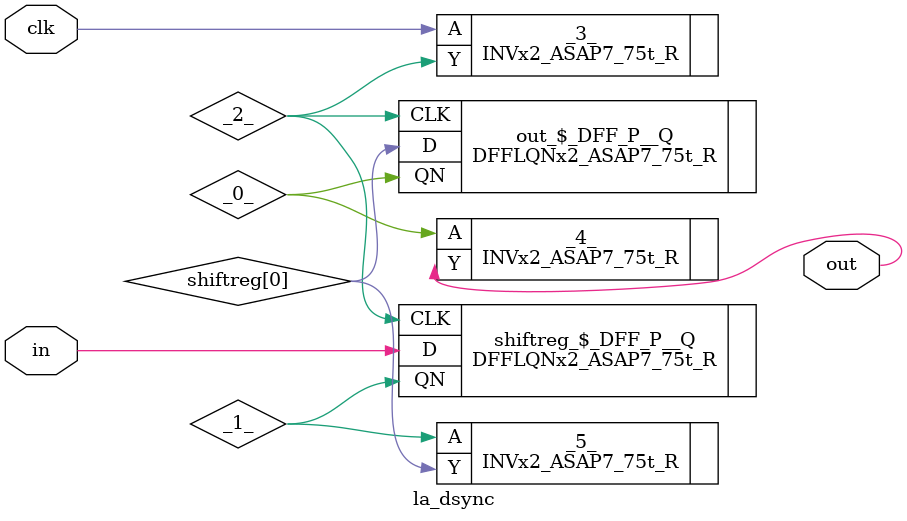
<source format=v>
/* Generated by Yosys 0.37 (git sha1 a5c7f69ed, clang 14.0.0-1ubuntu1.1 -fPIC -Os) */

module la_dsync(clk, in, out);
  wire _0_;
  wire _1_;
  wire _2_;
  input clk;
  wire clk;
  input in;
  wire in;
  output out;
  wire out;
  wire \shiftreg[0] ;
  INVx2_ASAP7_75t_R _3_ (
    .A(clk),
    .Y(_2_)
  );
  INVx2_ASAP7_75t_R _4_ (
    .A(_0_),
    .Y(out)
  );
  INVx2_ASAP7_75t_R _5_ (
    .A(_1_),
    .Y(\shiftreg[0] )
  );
  DFFLQNx2_ASAP7_75t_R \out_$_DFF_P__Q  (
    .CLK(_2_),
    .D(\shiftreg[0] ),
    .QN(_0_)
  );
  DFFLQNx2_ASAP7_75t_R \shiftreg_$_DFF_P__Q  (
    .CLK(_2_),
    .D(in),
    .QN(_1_)
  );
endmodule

</source>
